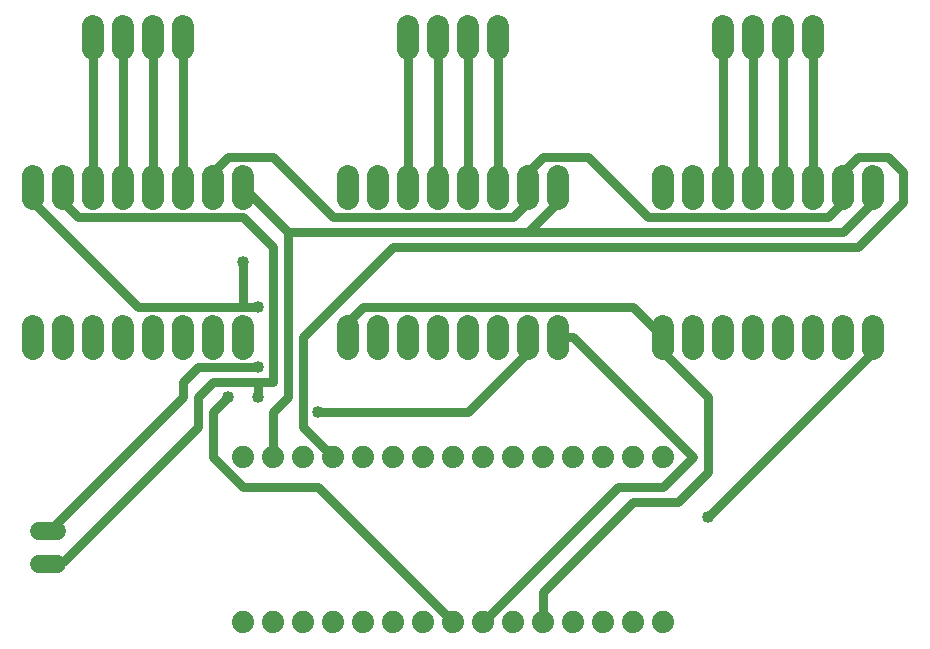
<source format=gbr>
G75*
G70*
%OFA0B0*%
%FSLAX24Y24*%
%IPPOS*%
%LPD*%
%AMOC8*
5,1,8,0,0,1.08239X$1,22.5*
%
%ADD10C,0.0740*%
%ADD11R,0.0200X0.0200*%
%ADD12C,0.0740*%
%ADD13C,0.0600*%
%ADD14R,0.0230X0.0230*%
%ADD15C,0.0300*%
%ADD16C,0.0400*%
D10*
X008600Y001600D03*
X009600Y001600D03*
X010600Y001600D03*
X011600Y001600D03*
X012600Y001600D03*
X013600Y001600D03*
X014600Y001600D03*
X015600Y001600D03*
X016600Y001600D03*
X017600Y001600D03*
X018600Y001600D03*
X019600Y001600D03*
X020600Y001600D03*
X021600Y001600D03*
X022600Y001600D03*
X022600Y007100D03*
X021600Y007100D03*
X020600Y007100D03*
X019600Y007100D03*
X018600Y007100D03*
X017600Y007100D03*
X016600Y007100D03*
X015600Y007100D03*
X014600Y007100D03*
X013600Y007100D03*
X012600Y007100D03*
X011600Y007100D03*
X010600Y007100D03*
X009600Y007100D03*
X008600Y007100D03*
D11*
X008600Y007100D03*
X009600Y007100D03*
X010600Y007100D03*
X011600Y007100D03*
X012600Y007100D03*
X013600Y007100D03*
X014600Y007100D03*
X015600Y007100D03*
X016600Y007100D03*
X017600Y007100D03*
X018600Y007100D03*
X019600Y007100D03*
X020600Y007100D03*
X021600Y007100D03*
X022600Y007100D03*
X022600Y011100D03*
X023600Y011100D03*
X024600Y011100D03*
X025600Y011100D03*
X026600Y011100D03*
X027600Y011100D03*
X028600Y011100D03*
X029600Y011100D03*
X029600Y016100D03*
X028600Y016100D03*
X027600Y016100D03*
X026600Y016100D03*
X025600Y016100D03*
X024600Y016100D03*
X023600Y016100D03*
X022600Y016100D03*
X019100Y016100D03*
X018100Y016100D03*
X017100Y016100D03*
X016100Y016100D03*
X015100Y016100D03*
X014100Y016100D03*
X013100Y016100D03*
X012100Y016100D03*
X008600Y016100D03*
X007600Y016100D03*
X006600Y016100D03*
X005600Y016100D03*
X004600Y016100D03*
X003600Y016100D03*
X002600Y016100D03*
X001600Y016100D03*
X001600Y011100D03*
X002600Y011100D03*
X003600Y011100D03*
X004600Y011100D03*
X005600Y011100D03*
X006600Y011100D03*
X007600Y011100D03*
X008600Y011100D03*
X012100Y011100D03*
X013100Y011100D03*
X014100Y011100D03*
X015100Y011100D03*
X016100Y011100D03*
X017100Y011100D03*
X018100Y011100D03*
X019100Y011100D03*
X018600Y001600D03*
X017600Y001600D03*
X016600Y001600D03*
X015600Y001600D03*
X014600Y001600D03*
X013600Y001600D03*
X012600Y001600D03*
X011600Y001600D03*
X010600Y001600D03*
X009600Y001600D03*
X008600Y001600D03*
X019600Y001600D03*
X020600Y001600D03*
X021600Y001600D03*
X022600Y001600D03*
X024600Y021100D03*
X025600Y021100D03*
X026600Y021100D03*
X027600Y021100D03*
X017100Y021100D03*
X016100Y021100D03*
X015100Y021100D03*
X014100Y021100D03*
X006600Y021100D03*
X005600Y021100D03*
X004600Y021100D03*
X003600Y021100D03*
D12*
X003600Y021470D02*
X003600Y020730D01*
X004600Y020730D02*
X004600Y021470D01*
X005600Y021470D02*
X005600Y020730D01*
X006600Y020730D02*
X006600Y021470D01*
X006600Y016470D02*
X006600Y015730D01*
X005600Y015730D02*
X005600Y016470D01*
X004600Y016470D02*
X004600Y015730D01*
X003600Y015730D02*
X003600Y016470D01*
X002600Y016470D02*
X002600Y015730D01*
X001600Y015730D02*
X001600Y016470D01*
X007600Y016470D02*
X007600Y015730D01*
X008600Y015730D02*
X008600Y016470D01*
X012100Y016470D02*
X012100Y015730D01*
X013100Y015730D02*
X013100Y016470D01*
X014100Y016470D02*
X014100Y015730D01*
X015100Y015730D02*
X015100Y016470D01*
X016100Y016470D02*
X016100Y015730D01*
X017100Y015730D02*
X017100Y016470D01*
X018100Y016470D02*
X018100Y015730D01*
X019100Y015730D02*
X019100Y016470D01*
X022600Y016470D02*
X022600Y015730D01*
X023600Y015730D02*
X023600Y016470D01*
X024600Y016470D02*
X024600Y015730D01*
X025600Y015730D02*
X025600Y016470D01*
X026600Y016470D02*
X026600Y015730D01*
X027600Y015730D02*
X027600Y016470D01*
X028600Y016470D02*
X028600Y015730D01*
X029600Y015730D02*
X029600Y016470D01*
X027600Y020730D02*
X027600Y021470D01*
X026600Y021470D02*
X026600Y020730D01*
X025600Y020730D02*
X025600Y021470D01*
X024600Y021470D02*
X024600Y020730D01*
X017100Y020730D02*
X017100Y021470D01*
X016100Y021470D02*
X016100Y020730D01*
X015100Y020730D02*
X015100Y021470D01*
X014100Y021470D02*
X014100Y020730D01*
X014100Y011470D02*
X014100Y010730D01*
X013100Y010730D02*
X013100Y011470D01*
X012100Y011470D02*
X012100Y010730D01*
X015100Y010730D02*
X015100Y011470D01*
X016100Y011470D02*
X016100Y010730D01*
X017100Y010730D02*
X017100Y011470D01*
X018100Y011470D02*
X018100Y010730D01*
X019100Y010730D02*
X019100Y011470D01*
X022600Y011470D02*
X022600Y010730D01*
X023600Y010730D02*
X023600Y011470D01*
X024600Y011470D02*
X024600Y010730D01*
X025600Y010730D02*
X025600Y011470D01*
X026600Y011470D02*
X026600Y010730D01*
X027600Y010730D02*
X027600Y011470D01*
X028600Y011470D02*
X028600Y010730D01*
X029600Y010730D02*
X029600Y011470D01*
X008600Y011470D02*
X008600Y010730D01*
X007600Y010730D02*
X007600Y011470D01*
X006600Y011470D02*
X006600Y010730D01*
X005600Y010730D02*
X005600Y011470D01*
X004600Y011470D02*
X004600Y010730D01*
X003600Y010730D02*
X003600Y011470D01*
X002600Y011470D02*
X002600Y010730D01*
X001600Y010730D02*
X001600Y011470D01*
D13*
X001800Y003550D02*
X002400Y003550D01*
X002400Y004650D02*
X001800Y004650D01*
D14*
X002100Y004600D03*
X002100Y003600D03*
D15*
X002100Y003550D01*
X002100Y003600D02*
X002600Y003600D01*
X007100Y008100D01*
X007100Y009100D01*
X007600Y009600D01*
X009100Y009600D01*
X009100Y009100D01*
X009100Y009600D02*
X009600Y009600D01*
X009600Y014100D01*
X008600Y015100D01*
X003100Y015100D01*
X002600Y015600D01*
X002600Y016100D01*
X003600Y016100D02*
X003600Y021100D01*
X004600Y021100D02*
X004600Y016100D01*
X005600Y016100D02*
X005600Y021100D01*
X006600Y021100D02*
X006600Y016100D01*
X007600Y016100D02*
X007600Y016600D01*
X008100Y017100D01*
X009600Y017100D01*
X011600Y015100D01*
X017600Y015100D01*
X018100Y015600D01*
X018100Y016100D01*
X018100Y016600D01*
X018600Y017100D01*
X020100Y017100D01*
X022100Y015100D01*
X028100Y015100D01*
X028600Y015600D01*
X028600Y016100D01*
X028600Y016600D01*
X029100Y017100D01*
X030100Y017100D01*
X030600Y016600D01*
X030600Y015600D01*
X029100Y014100D01*
X013600Y014100D01*
X010600Y011100D01*
X010600Y008100D01*
X011600Y007100D01*
X011100Y006100D02*
X008600Y006100D01*
X007600Y007100D01*
X007600Y008600D01*
X008100Y009100D01*
X009100Y010100D02*
X007100Y010100D01*
X006600Y009600D01*
X006600Y009100D01*
X002100Y004600D01*
X002100Y004650D01*
X009600Y007100D02*
X009600Y008600D01*
X010100Y009100D01*
X010100Y014600D01*
X018100Y014600D01*
X028600Y014600D01*
X029600Y015600D01*
X029600Y016100D01*
X027600Y016100D02*
X027600Y021100D01*
X026600Y021100D02*
X026600Y016100D01*
X025600Y016100D02*
X025600Y021100D01*
X024600Y021100D02*
X024600Y016100D01*
X019100Y016100D02*
X019100Y015600D01*
X018100Y014600D01*
X017100Y016100D02*
X017100Y021100D01*
X016100Y021100D02*
X016100Y016100D01*
X015100Y016100D02*
X015100Y021100D01*
X014100Y021100D02*
X014100Y016100D01*
X010100Y014600D02*
X008600Y016100D01*
X008600Y013600D02*
X008600Y012100D01*
X009100Y012100D01*
X008600Y012100D02*
X005100Y012100D01*
X001600Y015600D01*
X001600Y016100D01*
X012100Y011600D02*
X012100Y011100D01*
X012100Y011600D02*
X012600Y012100D01*
X021600Y012100D01*
X022600Y011100D01*
X022600Y010600D01*
X024100Y009100D01*
X024100Y006600D01*
X023100Y005600D01*
X021600Y005600D01*
X018600Y002600D01*
X018600Y001600D01*
X016600Y001600D02*
X021100Y006100D01*
X022600Y006100D01*
X023600Y007100D01*
X019600Y011100D01*
X019100Y011100D01*
X018100Y011100D02*
X018100Y010600D01*
X016100Y008600D01*
X011100Y008600D01*
X011100Y006100D02*
X015600Y001600D01*
X024100Y005100D02*
X029600Y010600D01*
X029600Y011100D01*
D16*
X024100Y005100D03*
X011100Y008600D03*
X009100Y009100D03*
X008100Y009100D03*
X009100Y010100D03*
X009100Y012100D03*
X008600Y013600D03*
M02*

</source>
